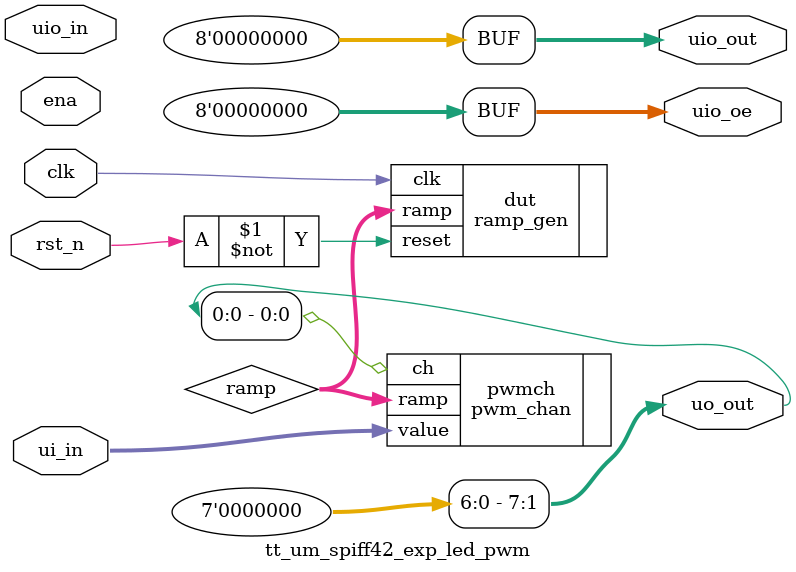
<source format=v>
/*
 * Copyright (c) 2024 Mikkel Holm Olsen (spiff42)
 * SPDX-License-Identifier: Apache-2.0
 */

`define default_netname none

module tt_um_spiff42_exp_led_pwm (
    input  wire [7:0] ui_in,    // Dedicated inputs
    output wire [7:0] uo_out,   // Dedicated outputs
    input  wire [7:0] uio_in,   // IOs: Input path
    output wire [7:0] uio_out,  // IOs: Output path
    output wire [7:0] uio_oe,   // IOs: Enable path (active high: 0=input, 1=output)
    input  wire       ena,      // will go high when the design is enabled
    input  wire       clk,      // clock
    input  wire       rst_n     // reset_n - low to reset
);

  wire [7:0] ramp;

  ramp_gen dut (.clk(clk), .reset(~rst_n), .ramp(ramp));
  pwm_chan pwmch (.value(ui_in), .ramp(ramp), .ch(uo_out[0]));


  // All output pins must be assigned. If not used, assign to 0.
  assign uo_out[7:1] = 0;
  assign uio_out = 0;
  assign uio_oe  = 0;

endmodule

</source>
